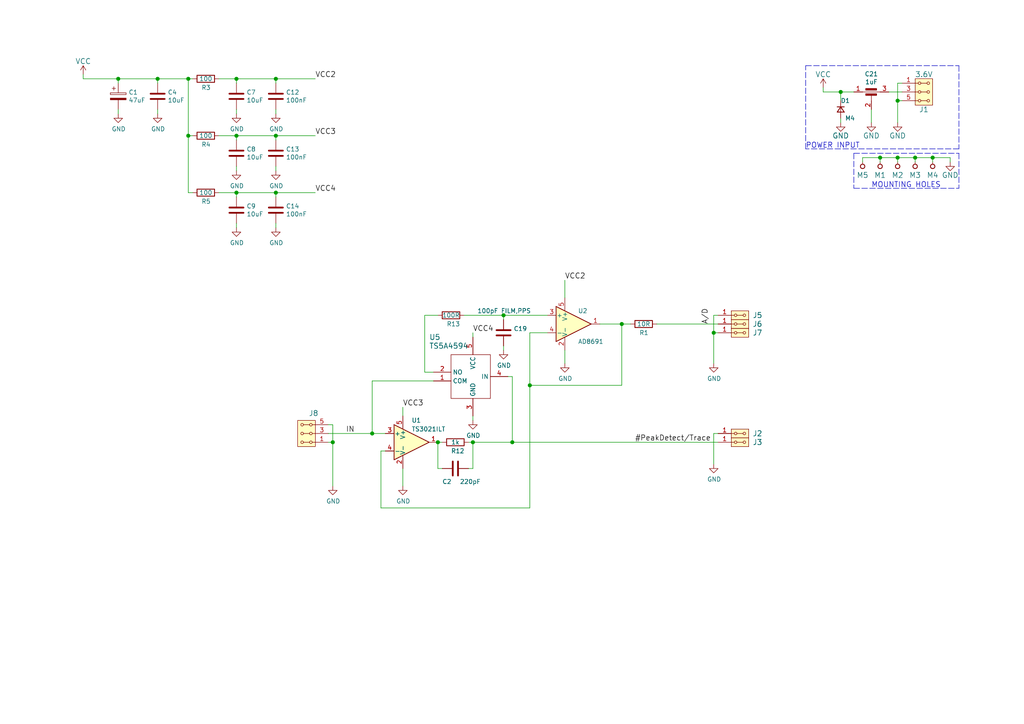
<source format=kicad_sch>
(kicad_sch (version 20230121) (generator eeschema)
  (paper "A4")
  (title_block (title "PCRD06A") (date "2021-12-31") (company "Mlab www.mlab.cz") (comment 2 "Photomultiplier amplifier with sample and hold circuit") (comment 3 "kakl <kakl@mlab.cz>") (comment 4 "GPL 3"))
  (lib_symbols
    (symbol "Device:C" (pin_numbers hide) (pin_names (offset 0.254))
      (property "Reference" "C" (at 0.635 2.54 0))
      (property "Value" "C" (at 0.635 -2.54 0))
      (symbol "C_0_1"
        (polyline (pts (xy -2.032 -0.762) (xy 2.032 -0.762)) (stroke (width 0.508)))
        (polyline (pts (xy -2.032 0.762) (xy 2.032 0.762)) (stroke (width 0.508)))
      )
      (symbol "C_1_1"
        (pin passive line (at 0 3.81 270) (length 2.794) (name "~") (number "1"))
        (pin passive line (at 0 -3.81 90) (length 2.794) (name "~") (number "2"))
      )
    )
    (symbol "Device:D_Small" (pin_numbers hide) (pin_names (offset 0.254) hide)
      (property "Reference" "D" (at -1.27 2.032 0))
      (property "Value" "D_Small" (at -3.81 -2.032 0))
      (symbol "D_Small_0_1"
        (polyline (pts (xy -0.762 -1.016) (xy -0.762 1.016)) (stroke (width 0.254)))
        (polyline (pts (xy -0.762 0) (xy 0.762 0)))
        (polyline (pts (xy 0.762 -1.016) (xy -0.762 0) (xy 0.762 1.016) (xy 0.762 -1.016)) (stroke (width 0.254)))
      )
      (symbol "D_Small_1_1"
        (pin passive line (at -2.54 0 0) (length 1.778) (name "K") (number "1"))
        (pin passive line (at 2.54 0 180) (length 1.778) (name "A") (number "2"))
      )
    )
    (symbol "Device:R" (pin_numbers hide) (pin_names (offset 0))
      (property "Reference" "R" (at 2.032 0 90))
      (property "Value" "R" (at 0 0 90))
      (symbol "R_0_1"
        (rectangle (start -1.016 -2.54) (end 1.016 2.54) (stroke (width 0.254)))
      )
      (symbol "R_1_1"
        (pin passive line (at 0 3.81 270) (length 1.27) (name "~") (number "1"))
        (pin passive line (at 0 -3.81 90) (length 1.27) (name "~") (number "2"))
      )
    )
    (symbol "MLAB_HEADER:HEADER_2x01_PARALLEL" (pin_names (offset 1.016))
      (property "Reference" "J" (at 0 -2.54 0))
      (property "Value" "HEADER_2x01_PARALLEL" (at 0 2.54 0))
      (symbol "HEADER_2x01_PARALLEL_0_1"
        (rectangle (start -2.54 1.27) (end 2.54 -1.27) (fill (type background)))
        (circle (center -1.27 0) (radius 0.381))
        (polyline (pts (xy -1.651 0) (xy -2.54 0)))
        (polyline (pts (xy -0.889 0) (xy 0.889 0)))
        (circle (center 1.27 0) (radius 0.381))
      )
      (symbol "HEADER_2x01_PARALLEL_1_1"
        (pin input line (at -6.35 0 0) (length 3.81) (name "~") (number "1"))
        (pin input line (at -6.35 0 0) (length 3.81) hide (name "~") (number "2"))
      )
    )
    (symbol "MLAB_HEADER:HEADER_2x03_PARALLEL" (pin_names (offset 1.016))
      (property "Reference" "J" (at 0 -5.08 0))
      (property "Value" "HEADER_2x03_PARALLEL" (at 0 5.08 0))
      (symbol "HEADER_2x03_PARALLEL_0_1"
        (rectangle (start -2.54 3.81) (end 2.54 -3.81) (fill (type background)))
        (circle (center -1.27 -2.54) (radius 0.381))
        (circle (center -1.27 0) (radius 0.381))
        (circle (center -1.27 2.54) (radius 0.381))
        (polyline (pts (xy -1.651 -2.54) (xy -2.54 -2.54)))
        (polyline (pts (xy -1.651 0) (xy -2.54 0)))
        (polyline (pts (xy -1.651 2.54) (xy -2.54 2.54)))
        (polyline (pts (xy -0.889 -2.54) (xy 0.889 -2.54)))
        (polyline (pts (xy -0.889 0) (xy 0.889 0)))
        (polyline (pts (xy -0.889 2.54) (xy 0.889 2.54)))
        (circle (center 1.27 -2.54) (radius 0.381))
        (circle (center 1.27 0) (radius 0.381))
        (circle (center 1.27 2.54) (radius 0.381))
      )
      (symbol "HEADER_2x03_PARALLEL_1_1"
        (pin input line (at -6.35 2.54 0) (length 3.81) (name "~") (number "1"))
        (pin input line (at -6.35 2.54 0) (length 3.81) hide (name "~") (number "2"))
        (pin input line (at -6.35 0 0) (length 3.81) (name "~") (number "3"))
        (pin input line (at -6.35 0 0) (length 3.81) hide (name "~") (number "4"))
        (pin input line (at -6.35 -2.54 0) (length 3.81) (name "~") (number "5"))
        (pin input line (at -6.35 -2.54 0) (length 3.81) hide (name "~") (number "6"))
      )
    )
    (symbol "MLAB_IO:AD8691" (pin_names (offset 0.127))
      (property "Reference" "U" (at 0 5.08 0))
      (property "Value" "AD8691" (at 0 -5.08 0))
      (symbol "AD8691_0_1"
        (polyline (pts (xy -5.08 5.08) (xy 5.08 0) (xy -5.08 -5.08) (xy -5.08 5.08)) (stroke (width 0.254)) (fill (type background)))
        (pin power_in line (at -2.54 -7.62 90) (length 3.81) (name "V-") (number "2"))
        (pin power_in line (at -2.54 7.62 270) (length 3.81) (name "V+") (number "5"))
      )
      (symbol "AD8691_1_1"
        (pin output line (at 7.62 0 180) (length 2.54) (name "~") (number "1"))
        (pin input line (at -7.62 2.54 0) (length 2.54) (name "+") (number "3"))
        (pin input line (at -7.62 -2.54 0) (length 2.54) (name "-") (number "4"))
      )
    )
    (symbol "MLAB_IO:TS5A4594"
      (property "Reference" "U" (at 3.81 7.62 0))
      (property "Value" "TS5A4594" (at 6.35 -7.62 0))
      (symbol "TS5A4594_0_1"
        (rectangle (start -6.35 6.35) (end 5.08 -6.35))
      )
      (symbol "TS5A4594_1_1"
        (pin passive line (at -11.43 -1.27 0) (length 5.08) (name "COM") (number "1"))
        (pin passive line (at -11.43 1.27 0) (length 5.08) (name "NO") (number "2"))
        (pin power_in line (at 0 -11.43 90) (length 5.08) (name "GND") (number "3"))
        (pin bidirectional line (at 10.16 0 180) (length 5.08) (name "IN") (number "4"))
        (pin power_in line (at 0 11.43 270) (length 5.08) (name "VCC") (number "5"))
      )
    )
    (symbol "MLAB_MECHANICAL:HOLE" (pin_numbers hide) (pin_names (offset 1.016) hide)
      (property "Reference" "M" (at 0 2.54 0))
      (property "Value" "HOLE" (at 0 -2.54 0))
      (symbol "HOLE_0_1"
        (circle (center 0 0) (radius 0.635) (stroke (width 0.254)))
      )
      (symbol "HOLE_1_1"
        (pin input line (at 1.27 0 180) (length 0.635) (name "~") (number "1"))
      )
    )
    (symbol "PCRD06A-rescue:CP-Device" (pin_numbers hide) (pin_names (offset 0.254))
      (property "Reference" "C" (at 0.635 2.54 0))
      (property "Value" "CP-Device" (at 0.635 -2.54 0))
      (symbol "CP-Device_0_1"
        (rectangle (start -2.286 0.508) (end 2.286 1.016))
        (polyline (pts (xy -1.778 2.286) (xy -0.762 2.286)))
        (polyline (pts (xy -1.27 2.794) (xy -1.27 1.778)))
        (rectangle (start 2.286 -0.508) (end -2.286 -1.016) (fill (type outline)))
      )
      (symbol "CP-Device_1_1"
        (pin passive line (at 0 3.81 270) (length 2.794) (name "~") (number "1"))
        (pin passive line (at 0 -3.81 90) (length 2.794) (name "~") (number "2"))
      )
    )
    (symbol "PCRD06A-rescue:EMI_Filter_C-Device" (pin_names (offset 0.254) hide)
      (property "Reference" "C" (at 0 7.62 0))
      (property "Value" "EMI_Filter_C-Device" (at 0 5.715 0))
      (symbol "EMI_Filter_C-Device_0_1"
        (rectangle (start -1.651 1.524) (end 1.524 2.032) (fill (type outline)))
        (polyline (pts (xy -2.54 2.54) (xy 2.54 2.54)))
        (polyline (pts (xy 0 0) (xy 0 1.778)))
        (rectangle (start 1.524 3.048) (end -1.651 3.556) (fill (type outline)))
      )
      (symbol "EMI_Filter_C-Device_1_1"
        (pin passive line (at -5.08 2.54 0) (length 2.54) (name "1") (number "1"))
        (pin passive line (at 0 -2.54 90) (length 2.54) (name "2") (number "2"))
        (pin passive line (at 5.08 2.54 180) (length 2.54) (name "3") (number "3"))
      )
    )
    (symbol "power:GND" (power) (pin_names (offset 0))
      (property "Value" "GND" (at 0 -3.81 0))
      (symbol "GND_0_1"
        (polyline (pts (xy 0 0) (xy 0 -1.27) (xy 1.27 -1.27) (xy 0 -2.54) (xy -1.27 -1.27) (xy 0 -1.27)))
      )
      (symbol "GND_1_1"
        (pin power_in line (at 0 0 270) (length 0) hide (name "GND") (number "1"))
      )
    )
    (symbol "power:VCC" (power) (pin_names (offset 0))
      (property "Value" "VCC" (at 0 3.81 0))
      (symbol "VCC_0_1"
        (polyline (pts (xy -0.762 1.27) (xy 0 2.54)))
        (polyline (pts (xy 0 0) (xy 0 2.54)))
        (polyline (pts (xy 0 2.54) (xy 0.762 1.27)))
      )
      (symbol "VCC_1_1"
        (pin power_in line (at 0 0 90) (length 0) hide (name "VCC") (number "1"))
      )
    )
  )
  (junction (at 270.51 45.72) (diameter 1.016))
  (junction (at 260.35 29.21) (diameter 1.016))
  (junction (at 137.16 128.27) (diameter 1.016))
  (junction (at 243.84 26.67) (diameter 1.016))
  (junction (at 80.01 22.86) (diameter 1.016))
  (junction (at 146.05 91.44) (diameter 1.016))
  (junction (at 207.01 96.52) (diameter 1.016))
  (junction (at 260.35 45.72) (diameter 1.016))
  (junction (at 80.01 39.37) (diameter 1.016))
  (junction (at 54.61 22.86) (diameter 1.016))
  (junction (at 68.58 22.86) (diameter 1.016))
  (junction (at 54.61 39.37) (diameter 1.016))
  (junction (at 127 128.27) (diameter 1.016))
  (junction (at 68.58 55.88) (diameter 1.016))
  (junction (at 107.95 125.73) (diameter 1.016))
  (junction (at 180.34 93.98) (diameter 1.016))
  (junction (at 68.58 39.37) (diameter 1.016))
  (junction (at 34.29 22.86) (diameter 1.016))
  (junction (at 153.67 111.76) (diameter 1.016))
  (junction (at 148.59 128.27) (diameter 1.016))
  (junction (at 265.43 45.72) (diameter 1.016))
  (junction (at 45.72 22.86) (diameter 1.016))
  (junction (at 80.01 55.88) (diameter 1.016))
  (junction (at 96.52 128.27) (diameter 1.016))
  (junction (at 255.27 45.72) (diameter 1.016))
  (wire (pts (xy 107.95 110.49) (xy 107.95 125.73)))
  (wire (pts (xy 127 128.27) (xy 128.27 128.27)))
  (wire (pts (xy 252.73 35.56) (xy 252.73 31.75)))
  (polyline (pts (xy 247.65 54.61) (xy 278.13 54.61)) (stroke (width 0) (type dash)))
  (wire (pts (xy 95.25 123.19) (xy 96.52 123.19)))
  (wire (pts (xy 68.58 49.53) (xy 68.58 48.26)))
  (wire (pts (xy 255.27 45.72) (xy 255.27 46.99)))
  (wire (pts (xy 148.59 128.27) (xy 208.28 128.27)))
  (wire (pts (xy 260.35 29.21) (xy 260.35 35.56)))
  (wire (pts (xy 63.5 22.86) (xy 68.58 22.86)))
  (wire (pts (xy 148.59 109.22) (xy 147.32 109.22)))
  (wire (pts (xy 68.58 22.86) (xy 80.01 22.86)))
  (wire (pts (xy 135.89 128.27) (xy 137.16 128.27)))
  (wire (pts (xy 207.01 96.52) (xy 207.01 105.41)))
  (wire (pts (xy 255.27 45.72) (xy 250.19 45.72)))
  (wire (pts (xy 96.52 128.27) (xy 96.52 140.97)))
  (wire (pts (xy 137.16 121.92) (xy 137.16 120.65)))
  (wire (pts (xy 207.01 91.44) (xy 207.01 96.52)))
  (wire (pts (xy 24.13 22.86) (xy 34.29 22.86)))
  (wire (pts (xy 45.72 24.13) (xy 45.72 22.86)))
  (wire (pts (xy 80.01 49.53) (xy 80.01 48.26)))
  (wire (pts (xy 123.19 107.95) (xy 123.19 91.44)))
  (wire (pts (xy 80.01 24.13) (xy 80.01 22.86)))
  (wire (pts (xy 257.81 26.67) (xy 261.62 26.67)))
  (wire (pts (xy 137.16 97.79) (xy 137.16 96.52)))
  (wire (pts (xy 68.58 24.13) (xy 68.58 22.86)))
  (wire (pts (xy 137.16 128.27) (xy 137.16 135.89)))
  (wire (pts (xy 153.67 96.52) (xy 158.75 96.52)))
  (wire (pts (xy 208.28 125.73) (xy 207.01 125.73)))
  (wire (pts (xy 63.5 39.37) (xy 68.58 39.37)))
  (wire (pts (xy 146.05 91.44) (xy 158.75 91.44)))
  (wire (pts (xy 153.67 147.32) (xy 110.49 147.32)))
  (polyline (pts (xy 278.13 19.05) (xy 278.13 43.18)) (stroke (width 0) (type dash)))
  (wire (pts (xy 95.25 125.73) (xy 107.95 125.73)))
  (wire (pts (xy 34.29 24.13) (xy 34.29 22.86)))
  (polyline (pts (xy 247.65 44.45) (xy 278.13 44.45)) (stroke (width 0) (type dash)))
  (wire (pts (xy 80.01 57.15) (xy 80.01 55.88)))
  (polyline (pts (xy 278.13 44.45) (xy 278.13 54.61)) (stroke (width 0) (type dash)))
  (wire (pts (xy 123.19 91.44) (xy 127 91.44)))
  (wire (pts (xy 243.84 35.56) (xy 243.84 34.29)))
  (wire (pts (xy 116.84 120.65) (xy 116.84 118.11)))
  (wire (pts (xy 80.01 22.86) (xy 91.44 22.86)))
  (wire (pts (xy 137.16 135.89) (xy 135.89 135.89)))
  (wire (pts (xy 80.01 40.64) (xy 80.01 39.37)))
  (wire (pts (xy 54.61 39.37) (xy 54.61 55.88)))
  (wire (pts (xy 265.43 45.72) (xy 260.35 45.72)))
  (wire (pts (xy 134.62 91.44) (xy 146.05 91.44)))
  (wire (pts (xy 54.61 22.86) (xy 54.61 39.37)))
  (wire (pts (xy 275.59 45.72) (xy 270.51 45.72)))
  (polyline (pts (xy 233.68 19.05) (xy 278.13 19.05)) (stroke (width 0) (type dash)))
  (polyline (pts (xy 247.65 44.45) (xy 247.65 54.61)) (stroke (width 0) (type dash)))
  (wire (pts (xy 137.16 128.27) (xy 148.59 128.27)))
  (wire (pts (xy 55.88 39.37) (xy 54.61 39.37)))
  (wire (pts (xy 80.01 55.88) (xy 91.44 55.88)))
  (wire (pts (xy 148.59 109.22) (xy 148.59 128.27)))
  (wire (pts (xy 54.61 55.88) (xy 55.88 55.88)))
  (wire (pts (xy 153.67 111.76) (xy 153.67 147.32)))
  (wire (pts (xy 80.01 66.04) (xy 80.01 64.77)))
  (wire (pts (xy 68.58 55.88) (xy 80.01 55.88)))
  (wire (pts (xy 260.35 46.99) (xy 260.35 45.72)))
  (wire (pts (xy 80.01 39.37) (xy 91.44 39.37)))
  (wire (pts (xy 208.28 96.52) (xy 207.01 96.52)))
  (wire (pts (xy 146.05 91.44) (xy 146.05 92.71)))
  (wire (pts (xy 250.19 45.72) (xy 250.19 46.99)))
  (wire (pts (xy 125.73 107.95) (xy 123.19 107.95)))
  (wire (pts (xy 153.67 96.52) (xy 153.67 111.76)))
  (wire (pts (xy 270.51 46.99) (xy 270.51 45.72)))
  (wire (pts (xy 55.88 22.86) (xy 54.61 22.86)))
  (wire (pts (xy 68.58 40.64) (xy 68.58 39.37)))
  (wire (pts (xy 34.29 22.86) (xy 45.72 22.86)))
  (wire (pts (xy 68.58 39.37) (xy 80.01 39.37)))
  (wire (pts (xy 107.95 125.73) (xy 111.76 125.73)))
  (wire (pts (xy 45.72 22.86) (xy 54.61 22.86)))
  (wire (pts (xy 110.49 147.32) (xy 110.49 130.81)))
  (wire (pts (xy 270.51 45.72) (xy 265.43 45.72)))
  (wire (pts (xy 243.84 26.67) (xy 247.65 26.67)))
  (wire (pts (xy 24.13 21.59) (xy 24.13 22.86)))
  (wire (pts (xy 260.35 24.13) (xy 260.35 29.21)))
  (wire (pts (xy 146.05 101.6) (xy 146.05 100.33)))
  (wire (pts (xy 34.29 33.02) (xy 34.29 31.75)))
  (wire (pts (xy 180.34 93.98) (xy 182.88 93.98)))
  (wire (pts (xy 80.01 33.02) (xy 80.01 31.75)))
  (wire (pts (xy 116.84 140.97) (xy 116.84 135.89)))
  (wire (pts (xy 265.43 46.99) (xy 265.43 45.72)))
  (wire (pts (xy 163.83 101.6) (xy 163.83 105.41)))
  (wire (pts (xy 127 128.27) (xy 127 135.89)))
  (wire (pts (xy 68.58 33.02) (xy 68.58 31.75)))
  (wire (pts (xy 68.58 66.04) (xy 68.58 64.77)))
  (wire (pts (xy 110.49 130.81) (xy 111.76 130.81)))
  (wire (pts (xy 63.5 55.88) (xy 68.58 55.88)))
  (wire (pts (xy 127 135.89) (xy 128.27 135.89)))
  (wire (pts (xy 208.28 91.44) (xy 207.01 91.44)))
  (wire (pts (xy 261.62 29.21) (xy 260.35 29.21)))
  (wire (pts (xy 180.34 111.76) (xy 153.67 111.76)))
  (wire (pts (xy 190.5 93.98) (xy 208.28 93.98)))
  (wire (pts (xy 238.76 26.67) (xy 243.84 26.67)))
  (wire (pts (xy 96.52 123.19) (xy 96.52 128.27)))
  (wire (pts (xy 243.84 29.21) (xy 243.84 26.67)))
  (wire (pts (xy 275.59 46.99) (xy 275.59 45.72)))
  (wire (pts (xy 68.58 57.15) (xy 68.58 55.88)))
  (wire (pts (xy 207.01 125.73) (xy 207.01 134.62)))
  (wire (pts (xy 180.34 93.98) (xy 180.34 111.76)))
  (polyline (pts (xy 233.68 43.18) (xy 233.68 19.05)) (stroke (width 0) (type dash)))
  (wire (pts (xy 261.62 24.13) (xy 260.35 24.13)))
  (wire (pts (xy 163.83 81.28) (xy 163.83 86.36)))
  (wire (pts (xy 238.76 26.67) (xy 238.76 25.4)))
  (wire (pts (xy 45.72 33.02) (xy 45.72 31.75)))
  (wire (pts (xy 173.99 93.98) (xy 180.34 93.98)))
  (polyline (pts (xy 278.13 43.18) (xy 233.68 43.18)) (stroke (width 0) (type dash)))
  (wire (pts (xy 107.95 110.49) (xy 125.73 110.49)))
  (wire (pts (xy 96.52 128.27) (xy 95.25 128.27)))
  (wire (pts (xy 260.35 45.72) (xy 255.27 45.72)))
  (text "MOUNTING HOLES" (at 252.73 54.61 0) (effects (font (size 1.524 1.524)) (justify left bottom)))
  (text "POWER INPUT" (at 233.68 43.18 0) (effects (font (size 1.524 1.524)) (justify left bottom)))
  (label "IN" (at 100.33 125.73 0) (effects (font (size 1.524 1.524))))
  (label "VCC2" (at 91.44 22.86 0) (effects (font (size 1.524 1.524))))
  (label "VCC4" (at 91.44 55.88 0) (effects (font (size 1.524 1.524))))
  (label "#PeakDetect/Trace" (at 184.15 128.27 0) (effects (font (size 1.524 1.524))))
  (label "VCC4" (at 137.16 96.52 0) (effects (font (size 1.524 1.524))))
  (label "VCC2" (at 163.83 81.28 0) (effects (font (size 1.524 1.524))))
  (label "VCC3" (at 91.44 39.37 0) (effects (font (size 1.524 1.524))))
  (label "A/D" (at 205.74 93.98 90) (effects (font (size 1.524 1.524))))
  (label "VCC3" (at 116.84 118.11 0) (effects (font (size 1.524 1.524))))
  (symbol (lib_id "MLAB_HEADER:HEADER_2x03_PARALLEL") (at 267.97 26.67 0) (unit 1)
    (property "Reference" "J1" (at 267.97 31.75 0) (effects (font (size 1.524 1.524))))
    (property "Value" "3.6V" (at 267.97 21.59 0) (effects (font (size 1.524 1.524))))
    (property "Footprint" "Mlab_Pin_Headers:Straight_2x03" (effects hide))
  )
  (symbol (lib_id "power:VCC") (at 238.76 25.4 0) (unit 1)
    (property "Reference" "#PWR01" (effects hide))
    (property "Value" "VCC" (at 238.76 21.59 0) (effects (font (size 1.524 1.524))))
  )
  (symbol (lib_id "power:GND") (at 260.35 35.56 0) (unit 1)
    (property "Reference" "#PWR02" (effects hide))
    (property "Value" "GND" (at 260.35 39.37 0) (effects (font (size 1.524 1.524))))
  )
  (symbol (lib_id "MLAB_MECHANICAL:HOLE") (at 255.27 48.26 90) (unit 1)
    (property "Reference" "M1" (at 255.27 50.8 90) (effects (font (size 1.524 1.524))))
    (property "Value" "HOLE" (effects hide))
    (property "Footprint" "Mlab_Mechanical:MountingHole_3mm" (effects hide))
  )
  (symbol (lib_id "MLAB_MECHANICAL:HOLE") (at 260.35 48.26 90) (unit 1)
    (property "Reference" "M2" (at 260.35 50.8 90) (effects (font (size 1.524 1.524))))
    (property "Value" "HOLE" (effects hide))
    (property "Footprint" "Mlab_Mechanical:MountingHole_3mm" (effects hide))
  )
  (symbol (lib_id "Device:D_Small") (at 243.84 31.75 90) (mirror x) (unit 1)
    (property "Reference" "D1" (at 243.84 29.21 90) (effects (justify right)))
    (property "Value" "M4" (at 245.11 34.29 90) (effects (justify right)))
    (property "Footprint" "Mlab_D:Diode-SMA_Standard" (effects hide))
    (property "UST_ID" "5c70984512875079b91f88ac" (effects hide))
  )
  (symbol (lib_id "MLAB_IO:TS5A4594") (at 137.16 109.22 0) (unit 1)
    (property "Reference" "U5" (at 124.46 97.79 0) (effects (font (size 1.524 1.524)) (justify left)))
    (property "Value" "TS5A4594" (at 124.46 100.33 0) (effects (font (size 1.524 1.524)) (justify left)))
    (property "Footprint" "Package_TO_SOT_SMD:SOT-23-5_HandSoldering" (effects hide))
    (property "Datasheet" "https://www.ti.com/lit/ds/symlink/ts5a4594.pdf" (effects hide))
    (property "UST_ID" "5c70984612875079b91f8a0d" (effects hide))
  )
  (symbol (lib_id "Device:R") (at 132.08 128.27 270) (unit 1)
    (property "Reference" "R12" (at 130.81 130.81 90) (effects (justify left)))
    (property "Value" "1k" (at 132.08 128.27 90))
    (property "Footprint" "Mlab_R:SMD-0805" (effects hide))
    (property "UST_ID" "5c70984512875079b91f898c" (effects hide))
  )
  (symbol (lib_id "Device:R") (at 130.81 91.44 270) (unit 1)
    (property "Reference" "R13" (at 129.54 93.98 90) (effects (justify left)))
    (property "Value" "100R" (at 130.81 91.44 90))
    (property "Footprint" "Mlab_R:SMD-0805" (effects hide))
    (property "UST_ID" "5c70984512875079b91f8977" (effects hide))
  )
  (symbol (lib_id "Device:C") (at 146.05 96.52 0) (unit 1)
    (property "Reference" "C19" (at 148.971 95.3516 0) (effects (justify left)))
    (property "Value" "100pF FILM,PPS" (at 138.43 90.17 0) (effects (justify left)))
    (property "Footprint" "Mlab_R:SMD-0805" (effects hide))
    (property "UST_ID" "5d47bf10128750448e6b4652" (effects hide))
  )
  (symbol (lib_id "MLAB_MECHANICAL:HOLE") (at 265.43 48.26 90) (unit 1)
    (property "Reference" "M3" (at 265.43 50.8 90) (effects (font (size 1.524 1.524))))
    (property "Value" "HOLE" (effects hide))
    (property "Footprint" "Mlab_Mechanical:MountingHole_3mm" (effects hide))
  )
  (symbol (lib_id "MLAB_MECHANICAL:HOLE") (at 270.51 48.26 90) (unit 1)
    (property "Reference" "M4" (at 270.51 50.8 90) (effects (font (size 1.524 1.524))))
    (property "Value" "HOLE" (effects hide))
    (property "Footprint" "Mlab_Mechanical:MountingHole_3mm" (effects hide))
  )
  (symbol (lib_id "power:GND") (at 275.59 46.99 0) (unit 1)
    (property "Reference" "#PWR03" (effects hide))
    (property "Value" "GND" (at 275.59 50.8 0) (effects (font (size 1.524 1.524))))
  )
  (symbol (lib_id "power:GND") (at 116.84 140.97 0) (unit 1)
    (property "Reference" "#PWR09" (effects hide))
    (property "Value" "GND" (at 116.967 145.3642 0))
  )
  (symbol (lib_id "MLAB_HEADER:HEADER_2x01_PARALLEL") (at 214.63 93.98 0) (unit 1)
    (property "Reference" "J6" (at 219.71 93.98 0) (effects (font (size 1.524 1.524))))
    (property "Value" "HEADER_2x01_PARALLEL" (effects hide))
    (property "Footprint" "Mlab_Pin_Headers:Straight_2x01" (effects hide))
  )
  (symbol (lib_id "MLAB_HEADER:HEADER_2x01_PARALLEL") (at 214.63 91.44 0) (unit 1)
    (property "Reference" "J5" (at 219.71 91.44 0) (effects (font (size 1.524 1.524))))
    (property "Value" "HEADER_2x01_PARALLEL" (effects hide))
    (property "Footprint" "Mlab_Pin_Headers:Straight_2x01" (effects hide))
  )
  (symbol (lib_id "MLAB_HEADER:HEADER_2x01_PARALLEL") (at 214.63 96.52 0) (unit 1)
    (property "Reference" "J7" (at 219.71 96.52 0) (effects (font (size 1.524 1.524))))
    (property "Value" "HEADER_2x01_PARALLEL" (effects hide))
    (property "Footprint" "Mlab_Pin_Headers:Straight_2x01" (effects hide))
  )
  (symbol (lib_id "power:GND") (at 207.01 134.62 0) (unit 1)
    (property "Reference" "#PWR010" (effects hide))
    (property "Value" "GND" (at 207.137 139.0142 0))
  )
  (symbol (lib_id "power:GND") (at 137.16 121.92 0) (unit 1)
    (property "Reference" "#PWR011" (effects hide))
    (property "Value" "GND" (at 137.287 126.3142 0))
  )
  (symbol (lib_id "power:GND") (at 146.05 101.6 0) (unit 1)
    (property "Reference" "#PWR012" (effects hide))
    (property "Value" "GND" (at 146.177 105.9942 0))
  )
  (symbol (lib_id "power:GND") (at 163.83 105.41 0) (unit 1)
    (property "Reference" "#PWR013" (effects hide))
    (property "Value" "GND" (at 163.957 109.8042 0))
  )
  (symbol (lib_id "power:GND") (at 207.01 105.41 0) (unit 1)
    (property "Reference" "#PWR014" (effects hide))
    (property "Value" "GND" (at 207.137 109.8042 0))
  )
  (symbol (lib_id "MLAB_HEADER:HEADER_2x01_PARALLEL") (at 214.63 125.73 0) (unit 1)
    (property "Reference" "J2" (at 219.71 125.73 0) (effects (font (size 1.524 1.524))))
    (property "Value" "HEADER_2x01_PARALLEL" (effects hide))
    (property "Footprint" "Mlab_Pin_Headers:Straight_2x01" (effects hide))
  )
  (symbol (lib_id "MLAB_HEADER:HEADER_2x01_PARALLEL") (at 214.63 128.27 0) (unit 1)
    (property "Reference" "J3" (at 219.71 128.27 0) (effects (font (size 1.524 1.524))))
    (property "Value" "HEADER_2x01_PARALLEL" (effects hide))
    (property "Footprint" "Mlab_Pin_Headers:Straight_2x01" (effects hide))
  )
  (symbol (lib_id "power:VCC") (at 24.13 21.59 0) (unit 1)
    (property "Reference" "#PWR015" (effects hide))
    (property "Value" "VCC" (at 24.13 17.78 0) (effects (font (size 1.524 1.524))))
  )
  (symbol (lib_id "PCRD06A-rescue:CP-Device") (at 34.29 27.94 0) (unit 1)
    (property "Reference" "C1" (at 37.2872 26.7716 0) (effects (justify left)))
    (property "Value" "47uF" (at 37.2872 29.083 0) (effects (justify left)))
    (property "Footprint" "Mlab_C:TantalC_SizeC_Reflow" (effects hide))
    (property "UST_ID" "5c70984412875079b91f8867" (effects hide))
  )
  (symbol (lib_id "Device:C") (at 45.72 27.94 0) (unit 1)
    (property "Reference" "C4" (at 48.641 26.7716 0) (effects (justify left)))
    (property "Value" "10uF" (at 48.641 29.083 0) (effects (justify left)))
    (property "Footprint" "Mlab_R:SMD-0805" (effects hide))
    (property "UST_ID" "5c70984812875079b91f8bbe" (effects hide))
  )
  (symbol (lib_id "power:GND") (at 34.29 33.02 0) (unit 1)
    (property "Reference" "#PWR016" (effects hide))
    (property "Value" "GND" (at 34.417 37.4142 0))
  )
  (symbol (lib_id "power:GND") (at 45.72 33.02 0) (unit 1)
    (property "Reference" "#PWR017" (effects hide))
    (property "Value" "GND" (at 45.847 37.4142 0))
  )
  (symbol (lib_id "Device:R") (at 59.69 22.86 270) (unit 1)
    (property "Reference" "R3" (at 58.42 25.4 90) (effects (justify left)))
    (property "Value" "100" (at 59.69 22.86 90))
    (property "Footprint" "Mlab_R:SMD-0805" (effects hide))
    (property "UST_ID" "5c70984512875079b91f8977" (effects hide))
  )
  (symbol (lib_id "Device:C") (at 68.58 27.94 0) (unit 1)
    (property "Reference" "C7" (at 71.501 26.7716 0) (effects (justify left)))
    (property "Value" "10uF" (at 71.501 29.083 0) (effects (justify left)))
    (property "Footprint" "Mlab_R:SMD-0805" (effects hide))
    (property "UST_ID" "5c70984812875079b91f8bbe" (effects hide))
  )
  (symbol (lib_id "Device:C") (at 80.01 27.94 0) (unit 1)
    (property "Reference" "C12" (at 82.931 26.7716 0) (effects (justify left)))
    (property "Value" "100nF" (at 82.931 29.083 0) (effects (justify left)))
    (property "Footprint" "Mlab_R:SMD-0805" (effects hide))
    (property "UST_ID" "5c70984712875079b91f8b4c" (effects hide))
  )
  (symbol (lib_id "power:GND") (at 68.58 33.02 0) (unit 1)
    (property "Reference" "#PWR020" (effects hide))
    (property "Value" "GND" (at 68.707 37.4142 0))
  )
  (symbol (lib_id "power:GND") (at 80.01 33.02 0) (unit 1)
    (property "Reference" "#PWR021" (effects hide))
    (property "Value" "GND" (at 80.137 37.4142 0))
  )
  (symbol (lib_id "Device:R") (at 59.69 39.37 270) (unit 1)
    (property "Reference" "R4" (at 58.42 41.91 90) (effects (justify left)))
    (property "Value" "100" (at 59.69 39.37 90))
    (property "Footprint" "Mlab_R:SMD-0805" (effects hide))
    (property "UST_ID" "5c70984512875079b91f8977" (effects hide))
  )
  (symbol (lib_id "Device:C") (at 68.58 44.45 0) (unit 1)
    (property "Reference" "C8" (at 71.501 43.2816 0) (effects (justify left)))
    (property "Value" "10uF" (at 71.501 45.593 0) (effects (justify left)))
    (property "Footprint" "Mlab_R:SMD-0805" (effects hide))
    (property "UST_ID" "5c70984812875079b91f8bbe" (effects hide))
  )
  (symbol (lib_id "Device:C") (at 80.01 44.45 0) (unit 1)
    (property "Reference" "C13" (at 82.931 43.2816 0) (effects (justify left)))
    (property "Value" "100nF" (at 82.931 45.593 0) (effects (justify left)))
    (property "Footprint" "Mlab_R:SMD-0805" (effects hide))
    (property "UST_ID" "5c70984712875079b91f8b4c" (effects hide))
  )
  (symbol (lib_id "power:GND") (at 68.58 49.53 0) (unit 1)
    (property "Reference" "#PWR022" (effects hide))
    (property "Value" "GND" (at 68.707 53.9242 0))
  )
  (symbol (lib_id "power:GND") (at 80.01 49.53 0) (unit 1)
    (property "Reference" "#PWR023" (effects hide))
    (property "Value" "GND" (at 80.137 53.9242 0))
  )
  (symbol (lib_id "Device:R") (at 59.69 55.88 270) (unit 1)
    (property "Reference" "R5" (at 58.42 58.42 90) (effects (justify left)))
    (property "Value" "100" (at 59.69 55.88 90))
    (property "Footprint" "Mlab_R:SMD-0805" (effects hide))
    (property "UST_ID" "5c70984512875079b91f8977" (effects hide))
  )
  (symbol (lib_id "Device:C") (at 68.58 60.96 0) (unit 1)
    (property "Reference" "C9" (at 71.501 59.7916 0) (effects (justify left)))
    (property "Value" "10uF" (at 71.501 62.103 0) (effects (justify left)))
    (property "Footprint" "Mlab_R:SMD-0805" (effects hide))
    (property "UST_ID" "5c70984812875079b91f8bbe" (effects hide))
  )
  (symbol (lib_id "Device:C") (at 80.01 60.96 0) (unit 1)
    (property "Reference" "C14" (at 82.931 59.7916 0) (effects (justify left)))
    (property "Value" "100nF" (at 82.931 62.103 0) (effects (justify left)))
    (property "Footprint" "Mlab_R:SMD-0805" (effects hide))
    (property "UST_ID" "5c70984712875079b91f8b4c" (effects hide))
  )
  (symbol (lib_id "power:GND") (at 68.58 66.04 0) (unit 1)
    (property "Reference" "#PWR024" (effects hide))
    (property "Value" "GND" (at 68.707 70.4342 0))
  )
  (symbol (lib_id "power:GND") (at 80.01 66.04 0) (unit 1)
    (property "Reference" "#PWR025" (effects hide))
    (property "Value" "GND" (at 80.137 70.4342 0))
  )
  (symbol (lib_id "Device:R") (at 186.69 93.98 270) (unit 1)
    (property "Reference" "R1" (at 185.42 96.52 90) (effects (justify left)))
    (property "Value" "10R" (at 186.69 93.98 90))
    (property "Footprint" "Mlab_R:SMD-0805" (effects hide))
    (property "UST_ID" "5c70984512875079b91f896d" (effects hide))
  )
  (symbol (lib_id "PCRD06A-rescue:EMI_Filter_C-Device") (at 252.73 29.21 0) (unit 1)
    (property "Reference" "C21" (at 252.73 21.463 0))
    (property "Value" "1uF" (at 252.73 23.7744 0))
    (property "Footprint" "Mlab_L:FIR_0805" (effects hide))
    (property "Datasheet" "http://www.murata.com/~/media/webrenewal/support/library/catalog/products/emc/emifil/c31e.ashx?la=en-gb" (effects hide))
    (property "UST_ID" "5c70984412875079b91f880f" (effects hide))
  )
  (symbol (lib_id "power:GND") (at 252.73 35.56 0) (unit 1)
    (property "Reference" "#PWR026" (effects hide))
    (property "Value" "GND" (at 252.73 39.37 0) (effects (font (size 1.524 1.524))))
  )
  (symbol (lib_id "power:GND") (at 243.84 35.56 0) (unit 1)
    (property "Reference" "#PWR030" (effects hide))
    (property "Value" "GND" (at 243.84 39.37 0) (effects (font (size 1.524 1.524))))
  )
  (symbol (lib_id "MLAB_IO:AD8691") (at 166.37 93.98 0) (unit 1)
    (property "Reference" "U2" (at 167.64 90.17 0) (effects (justify left)))
    (property "Value" "AD8691" (at 167.64 99.06 0) (effects (justify left)))
    (property "Footprint" "Package_TO_SOT_SMD:TSOT-23-5_HandSoldering" (effects hide))
    (property "Datasheet" "https://www.analog.com/media/en/technical-documentation/data-sheets/AD8691_8692_8694.pdf" (effects hide))
    (property "UST_ID" "5d47c084128750448e6b4671" (effects hide))
  )
  (symbol (lib_id "MLAB_IO:AD8691") (at 119.38 128.27 0) (unit 1)
    (property "Reference" "U1" (at 119.38 121.92 0) (effects (justify left)))
    (property "Value" "TS3021ILT" (at 119.38 124.46 0) (effects (justify left)))
    (property "Footprint" "Package_TO_SOT_SMD:SOT-23-5_HandSoldering" (effects hide))
    (property "Datasheet" "https://www.st.com/resource/en/datasheet/ts3021.pdf" (effects hide))
    (property "UST_ID" "5d47bfd4128750448e6b465e" (effects hide))
  )
  (symbol (lib_id "MLAB_HEADER:HEADER_2x03_PARALLEL") (at 88.9 125.73 180) (unit 1)
    (property "Reference" "J8" (at 90.9574 119.8626 0) (effects (font (size 1.524 1.524))))
    (property "Value" "HEADER_2x03_PARALLEL" (effects hide))
    (property "Footprint" "Mlab_Pin_Headers:Straight_2x03" (effects hide))
  )
  (symbol (lib_id "MLAB_MECHANICAL:HOLE") (at 250.19 48.26 90) (unit 1)
    (property "Reference" "M5" (at 250.19 50.8 90) (effects (font (size 1.524 1.524))))
    (property "Value" "HOLE" (effects hide))
    (property "Footprint" "RF_Shielding:Laird_Technologies_BMI-S-204-F_32.00x32.00mm" (effects hide))
  )
  (symbol (lib_id "power:GND") (at 96.52 140.97 0) (unit 1)
    (property "Reference" "#PWR0101" (effects hide))
    (property "Value" "GND" (at 96.647 145.3642 0))
  )
  (symbol (lib_id "Device:C") (at 132.08 135.89 270) (unit 1)
    (property "Reference" "C2" (at 128.27 139.7 90) (effects (justify left)))
    (property "Value" "220pF" (at 133.35 139.7 90) (effects (justify left)))
    (property "Footprint" "Mlab_R:SMD-0805" (effects hide))
    (property "UST_ID" "5c70984712875079b91f8b3f" (effects hide))
  )
)
</source>
